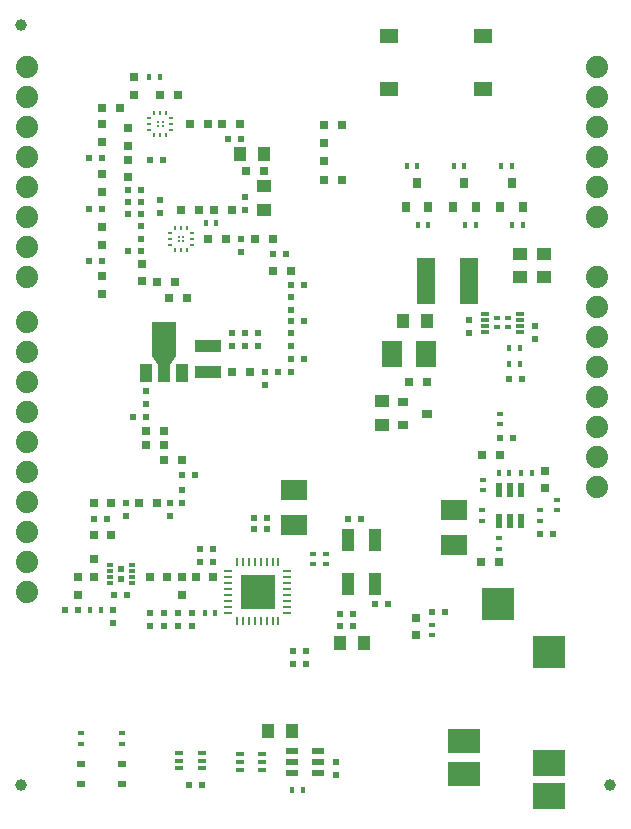
<source format=gtp>
G04 #@! TF.FileFunction,Paste,Top*
%FSLAX46Y46*%
G04 Gerber Fmt 4.6, Leading zero omitted, Abs format (unit mm)*
G04 Created by KiCad (PCBNEW 4.0.6) date 10/15/17 15:06:51*
%MOMM*%
%LPD*%
G01*
G04 APERTURE LIST*
%ADD10C,0.150000*%
%ADD11R,0.400000X0.600000*%
%ADD12R,0.200000X0.440000*%
%ADD13R,0.440000X0.200000*%
%ADD14R,0.228000X0.228000*%
%ADD15R,2.800000X2.000000*%
%ADD16R,2.800000X2.200000*%
%ADD17R,2.800000X2.800000*%
%ADD18R,0.254000X0.762000*%
%ADD19R,0.762000X0.254000*%
%ADD20R,2.999740X2.999740*%
%ADD21R,0.548640X1.198880*%
%ADD22R,1.550000X1.300000*%
%ADD23R,0.800000X0.750000*%
%ADD24R,1.000760X1.501140*%
%ADD25R,1.998980X2.999740*%
%ADD26R,0.600000X0.500000*%
%ADD27R,0.500000X0.600000*%
%ADD28R,0.750000X0.800000*%
%ADD29R,0.600000X0.400000*%
%ADD30R,1.000000X0.600000*%
%ADD31R,0.700000X0.420000*%
%ADD32R,0.749300X0.398780*%
%ADD33R,1.250000X1.000000*%
%ADD34R,1.000000X1.250000*%
%ADD35C,0.998220*%
%ADD36R,2.230000X1.800000*%
%ADD37R,0.500000X0.300000*%
%ADD38R,0.480000X0.528000*%
%ADD39R,1.800000X2.230000*%
%ADD40R,1.500000X4.000000*%
%ADD41R,0.750000X0.300000*%
%ADD42R,0.525000X0.435000*%
%ADD43R,0.800000X0.600000*%
%ADD44R,0.800000X0.900000*%
%ADD45R,0.900000X0.800000*%
%ADD46R,1.099820X1.899920*%
%ADD47R,2.200000X1.000000*%
%ADD48C,1.879600*%
G04 APERTURE END LIST*
D10*
D11*
X43600000Y46280000D03*
X42700000Y46280000D03*
D12*
X16100000Y41010000D03*
X15600000Y41010000D03*
X15100000Y41010000D03*
D13*
X14670000Y40580000D03*
X14670000Y40080000D03*
X14670000Y39580000D03*
D12*
X15100000Y39150000D03*
X15600000Y39150000D03*
X16100000Y39150000D03*
D13*
X16530000Y39580000D03*
X16530000Y40080000D03*
X16530000Y40580000D03*
D14*
X15410000Y39890000D03*
X15790000Y39890000D03*
X15410000Y40270000D03*
X15790000Y40270000D03*
D15*
X39600000Y-5220000D03*
X39600000Y-2420000D03*
D16*
X46800000Y-4320000D03*
X46800000Y-7120000D03*
D17*
X46800000Y5080000D03*
X42450000Y9180000D03*
D18*
X23349680Y7680640D03*
X22849300Y7680640D03*
X22348920Y7680640D03*
X23850060Y7680640D03*
D19*
X24599360Y8429940D03*
X24599360Y8930320D03*
X24599360Y9430700D03*
X24599360Y9931080D03*
X24599360Y10428920D03*
X24599360Y10929300D03*
X24599360Y11429680D03*
X24599360Y11930060D03*
D18*
X20349940Y12679360D03*
X23850060Y12679360D03*
X23349680Y12679360D03*
X22849300Y12679360D03*
X22348920Y12679360D03*
X21851080Y12679360D03*
X21350700Y12679360D03*
X20850320Y12679360D03*
D19*
X19600640Y11930060D03*
X19600640Y11429680D03*
X19600640Y10929300D03*
X19600640Y10428920D03*
X19600640Y9931080D03*
X19600640Y9430700D03*
X19600640Y8930320D03*
X19600640Y8429940D03*
D18*
X20349940Y7680640D03*
X20850320Y7680640D03*
X21350700Y7680640D03*
X21851080Y7680640D03*
D20*
X22100000Y10180000D03*
D21*
X42510040Y18777940D03*
X43460000Y18777940D03*
X44409960Y18777940D03*
X44409960Y16182060D03*
X43460000Y16182060D03*
X42510040Y16182060D03*
D22*
X41175000Y52730000D03*
X33225000Y52730000D03*
X33225000Y57230000D03*
X41175000Y57230000D03*
D23*
X36400000Y27980000D03*
X34900000Y27980000D03*
D24*
X12648860Y28678340D03*
X14150000Y28678340D03*
X15651140Y28678340D03*
D25*
X14150000Y31629820D03*
D10*
G36*
X15150760Y30155350D02*
X14650380Y29406050D01*
X13649620Y29406050D01*
X13149240Y30155350D01*
X15150760Y30155350D01*
X15150760Y30155350D01*
G37*
D26*
X25060000Y5190000D03*
X26160000Y5190000D03*
X25060000Y4040000D03*
X26160000Y4040000D03*
D27*
X16500000Y8430000D03*
X16500000Y7330000D03*
X15360000Y8430000D03*
X15360000Y7330000D03*
D26*
X29100000Y8280000D03*
X30200000Y8280000D03*
X29100000Y7280000D03*
X30200000Y7280000D03*
D27*
X14190000Y8430000D03*
X14190000Y7330000D03*
X12950000Y8430000D03*
X12950000Y7330000D03*
D26*
X32000000Y9180000D03*
X33100000Y9180000D03*
X29700000Y16380000D03*
X30800000Y16380000D03*
X21820000Y15510000D03*
X22920000Y15510000D03*
X21820000Y16460000D03*
X22920000Y16460000D03*
D27*
X18320000Y12680000D03*
X18320000Y13780000D03*
X17180000Y12680000D03*
X17180000Y13780000D03*
X28750000Y-4220000D03*
X28750000Y-5320000D03*
D26*
X17400000Y-6170000D03*
X16300000Y-6170000D03*
D28*
X11610000Y52280000D03*
X11610000Y53780000D03*
D23*
X16100000Y35030000D03*
X14600000Y35030000D03*
X15100000Y36430000D03*
X13600000Y36430000D03*
X15600000Y42530000D03*
X17100000Y42530000D03*
D26*
X12950000Y46780000D03*
X14050000Y46780000D03*
D27*
X13850000Y42230000D03*
X13850000Y43330000D03*
X39950000Y32120000D03*
X39950000Y33220000D03*
X21050000Y30980000D03*
X21050000Y32080000D03*
D26*
X47100000Y15120000D03*
X46000000Y15120000D03*
D23*
X41100000Y21780000D03*
X42600000Y21780000D03*
D26*
X43700000Y23180000D03*
X42600000Y23180000D03*
X37930000Y8450000D03*
X36830000Y8450000D03*
X12250000Y39080000D03*
X11150000Y39080000D03*
X8900000Y42580000D03*
X7800000Y42580000D03*
X12250000Y42180000D03*
X11150000Y42180000D03*
D28*
X35460000Y8000000D03*
X35460000Y6500000D03*
D11*
X18500000Y8430000D03*
X17600000Y8430000D03*
D29*
X41180000Y19690000D03*
X41180000Y18790000D03*
X41100000Y16180000D03*
X41100000Y17080000D03*
D11*
X44410000Y20260000D03*
X45310000Y20260000D03*
D29*
X42600000Y24380000D03*
X42600000Y25280000D03*
X46000000Y17080000D03*
X46000000Y16180000D03*
X47430000Y17090000D03*
X47430000Y17990000D03*
X36830000Y7410000D03*
X36830000Y6510000D03*
D11*
X39600000Y46280000D03*
X38700000Y46280000D03*
D13*
X12920000Y50280000D03*
X12920000Y49780000D03*
X12920000Y49280000D03*
D12*
X13350000Y48850000D03*
X13850000Y48850000D03*
X14350000Y48850000D03*
D13*
X14780000Y49280000D03*
X14780000Y49780000D03*
X14780000Y50280000D03*
D12*
X14350000Y50710000D03*
X13850000Y50710000D03*
X13350000Y50710000D03*
D14*
X14040000Y49590000D03*
X14040000Y49970000D03*
X13660000Y49590000D03*
X13660000Y49970000D03*
D30*
X27200000Y-5170000D03*
X27200000Y-4220000D03*
X27200000Y-3270000D03*
X25000000Y-3270000D03*
X25000000Y-4220000D03*
X25000000Y-5170000D03*
D11*
X25900000Y-6570000D03*
X25000000Y-6570000D03*
X18600000Y41430000D03*
X17700000Y41430000D03*
D29*
X42520000Y13850000D03*
X42520000Y14750000D03*
D11*
X42500000Y20230000D03*
X43400000Y20230000D03*
D31*
X20600000Y-3570000D03*
X20600000Y-4220000D03*
X20600000Y-4870000D03*
X22500000Y-4870000D03*
X22500000Y-4220000D03*
X22500000Y-3570000D03*
D27*
X21050000Y42530000D03*
X21050000Y43630000D03*
D32*
X17349960Y-4770240D03*
X17349960Y-4120000D03*
X17349960Y-3469760D03*
X15450040Y-3469760D03*
X15450040Y-4120000D03*
X15450040Y-4770240D03*
D23*
X22600000Y45780000D03*
X21100000Y45780000D03*
X10400000Y51130000D03*
X8900000Y51130000D03*
D28*
X8200000Y12930000D03*
X8200000Y11430000D03*
X8950000Y36930000D03*
X8950000Y35430000D03*
X12300000Y37980000D03*
X12300000Y36480000D03*
X8950000Y41080000D03*
X8950000Y39580000D03*
X8900000Y45530000D03*
X8900000Y44030000D03*
X8900000Y49780000D03*
X8900000Y48280000D03*
X11150000Y46780000D03*
X11150000Y45280000D03*
D27*
X19950000Y30980000D03*
X19950000Y32080000D03*
X20700000Y40080000D03*
X20700000Y38980000D03*
X22150000Y30980000D03*
X22150000Y32080000D03*
D26*
X8950000Y38180000D03*
X7850000Y38180000D03*
X8900000Y46880000D03*
X7800000Y46880000D03*
X11150000Y44180000D03*
X12250000Y44180000D03*
X20650000Y48530000D03*
X19550000Y48530000D03*
D28*
X11150000Y49430000D03*
X11150000Y47930000D03*
D23*
X16350000Y49780000D03*
X17850000Y49780000D03*
X12950000Y11430000D03*
X14450000Y11430000D03*
D26*
X24900000Y29880000D03*
X26000000Y29880000D03*
X6850000Y8680000D03*
X5750000Y8680000D03*
D27*
X9850000Y8680000D03*
X9850000Y7580000D03*
X12250000Y41180000D03*
X12250000Y40080000D03*
D33*
X22600000Y44530000D03*
X22600000Y42530000D03*
D26*
X11150000Y43180000D03*
X12250000Y43180000D03*
D34*
X20600000Y47280000D03*
X22600000Y47280000D03*
D26*
X11050000Y9880000D03*
X9950000Y9880000D03*
D11*
X7900000Y8680000D03*
X8800000Y8680000D03*
D35*
X51960000Y-6190000D03*
X2050000Y58160000D03*
D36*
X25200000Y18790000D03*
X25200000Y15870000D03*
D37*
X11450000Y10930000D03*
X11450000Y11430000D03*
X11450000Y11930000D03*
X11450000Y12430000D03*
X9550000Y12430000D03*
X9550000Y11930000D03*
X9550000Y11430000D03*
X9550000Y10930000D03*
D38*
X10500000Y12120000D03*
X10500000Y11240000D03*
D28*
X27700000Y46680000D03*
X27700000Y48180000D03*
D23*
X27700000Y49680000D03*
X29200000Y49680000D03*
X27700000Y45080000D03*
X29200000Y45080000D03*
X15350000Y52280000D03*
X13850000Y52280000D03*
X9700000Y14980000D03*
X8200000Y14980000D03*
D11*
X12910000Y53780000D03*
X13810000Y53780000D03*
D27*
X45560000Y32720000D03*
X45560000Y31620000D03*
D26*
X44480000Y28230000D03*
X43380000Y28230000D03*
D39*
X33440000Y30330000D03*
X36360000Y30330000D03*
D11*
X43380000Y29470000D03*
X44280000Y29470000D03*
X44280000Y30810000D03*
X43380000Y30810000D03*
D33*
X46360000Y36810000D03*
X46360000Y38810000D03*
X44280000Y36810000D03*
X44280000Y38810000D03*
D34*
X34400000Y33080000D03*
X36400000Y33080000D03*
D40*
X39950000Y36480000D03*
X36350000Y36480000D03*
D33*
X32650000Y26330000D03*
X32650000Y24330000D03*
D28*
X6850000Y11430000D03*
X6850000Y9930000D03*
D23*
X19900000Y42530000D03*
X18400000Y42530000D03*
X19100000Y49780000D03*
X20600000Y49780000D03*
D34*
X31100000Y5830000D03*
X29100000Y5830000D03*
X23000000Y-1570000D03*
X25000000Y-1570000D03*
D41*
X44280000Y32220000D03*
X44280000Y32720000D03*
X44280000Y33220000D03*
X44280000Y33720000D03*
X41380000Y33720000D03*
X41380000Y33220000D03*
X41380000Y32720000D03*
X41380000Y32220000D03*
D42*
X42392500Y33332500D03*
X42392500Y32607500D03*
X43267500Y33332500D03*
X43267500Y32607500D03*
D23*
X16850000Y11430000D03*
X18350000Y11430000D03*
D28*
X15650000Y9930000D03*
X15650000Y11430000D03*
D11*
X36550000Y41280000D03*
X35650000Y41280000D03*
D29*
X27875000Y12530000D03*
X27875000Y13430000D03*
D11*
X40550000Y41280000D03*
X39650000Y41280000D03*
X44550000Y41280000D03*
X43650000Y41280000D03*
X35600000Y46280000D03*
X34700000Y46280000D03*
D29*
X26750000Y12530000D03*
X26750000Y13430000D03*
D43*
X10600000Y-6070000D03*
X10600000Y-4370000D03*
X7100000Y-6070000D03*
X7100000Y-4370000D03*
D29*
X10600000Y-1770000D03*
X10600000Y-2670000D03*
X7100000Y-1770000D03*
X7100000Y-2670000D03*
D23*
X14150000Y22580000D03*
X12650000Y22580000D03*
D26*
X24900000Y36180000D03*
X26000000Y36180000D03*
D27*
X15650000Y17730000D03*
X15650000Y18830000D03*
X24900000Y32080000D03*
X24900000Y30980000D03*
X12650000Y26080000D03*
X12650000Y27180000D03*
D23*
X21900000Y40080000D03*
X23400000Y40080000D03*
D27*
X10950000Y17730000D03*
X10950000Y16630000D03*
D26*
X15650000Y20080000D03*
X16750000Y20080000D03*
D44*
X34650000Y42780000D03*
X36550000Y42780000D03*
X35600000Y44780000D03*
X38650000Y42780000D03*
X40550000Y42780000D03*
X39600000Y44780000D03*
X42650000Y42780000D03*
X44550000Y42780000D03*
X43600000Y44780000D03*
D45*
X34400000Y26230000D03*
X34400000Y24330000D03*
X36400000Y25280000D03*
D46*
X31998080Y10880880D03*
X31998080Y14579120D03*
X29701920Y14579120D03*
X29701920Y10880880D03*
D27*
X14650000Y17730000D03*
X14650000Y16630000D03*
D26*
X24900000Y33080000D03*
X26000000Y33080000D03*
D28*
X46390000Y20460000D03*
X46390000Y18960000D03*
D26*
X12650000Y24980000D03*
X11550000Y24980000D03*
D23*
X41020000Y12680000D03*
X42520000Y12680000D03*
D26*
X8200000Y16330000D03*
X9300000Y16330000D03*
D27*
X22700000Y28780000D03*
X22700000Y27680000D03*
D36*
X38680000Y14190000D03*
X38680000Y17110000D03*
D23*
X12050000Y17730000D03*
X13550000Y17730000D03*
X15650000Y21330000D03*
X14150000Y21330000D03*
X14150000Y23830000D03*
X12650000Y23830000D03*
D27*
X24900000Y35180000D03*
X24900000Y34080000D03*
D23*
X8200000Y17730000D03*
X9700000Y17730000D03*
X23400000Y37380000D03*
X24900000Y37380000D03*
D47*
X17900000Y28780000D03*
X17900000Y30980000D03*
D23*
X21450000Y28780000D03*
X19950000Y28780000D03*
D26*
X24900000Y28780000D03*
X23800000Y28780000D03*
D35*
X2050000Y-6190000D03*
D23*
X19400000Y40080000D03*
X17900000Y40080000D03*
D48*
X50830000Y26680000D03*
X50830000Y29220000D03*
X50830000Y41920000D03*
X50830000Y44460000D03*
X50830000Y47000000D03*
X50830000Y49540000D03*
X50830000Y52080000D03*
X50830000Y54620000D03*
X2570000Y15250000D03*
X2570000Y49540000D03*
X2570000Y47000000D03*
X2570000Y44460000D03*
X2570000Y41920000D03*
X2570000Y39380000D03*
X2570000Y36840000D03*
X2570000Y33030000D03*
X2570000Y30490000D03*
X2570000Y27950000D03*
X2570000Y25410000D03*
X2570000Y22870000D03*
X2570000Y20330000D03*
X50830000Y31760000D03*
X50830000Y34300000D03*
X2570000Y17790000D03*
X50830000Y24140000D03*
X2570000Y54620000D03*
X2570000Y52080000D03*
X50830000Y36840000D03*
X2570000Y12710000D03*
X2570000Y10170000D03*
X50830000Y21600000D03*
X50830000Y19060000D03*
D26*
X23400000Y38760000D03*
X24500000Y38760000D03*
M02*

</source>
